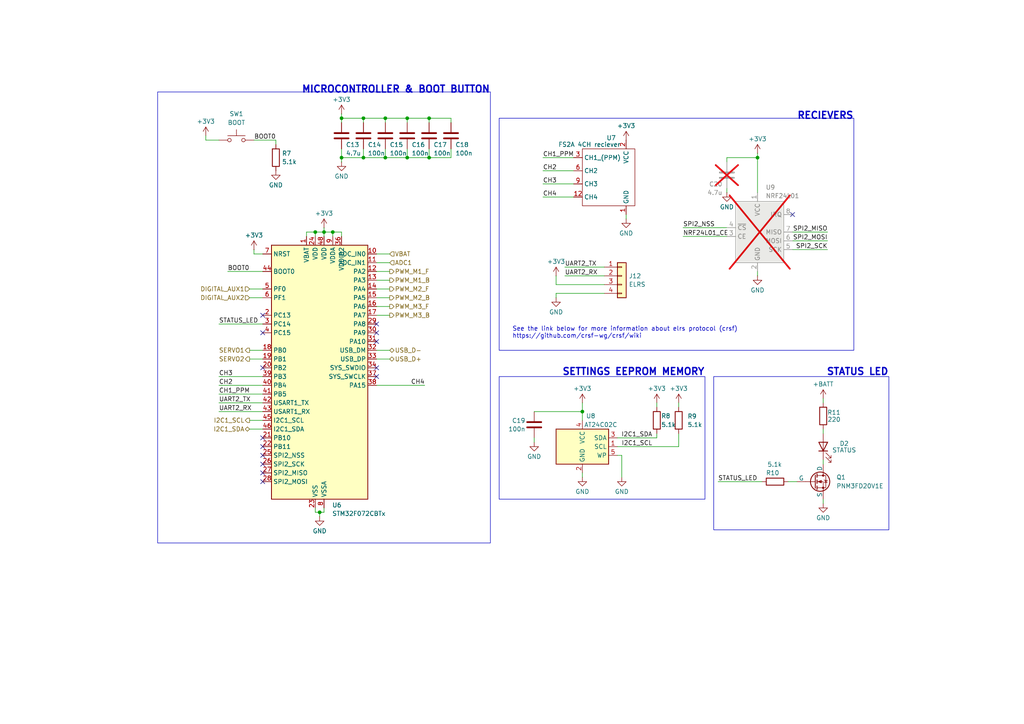
<source format=kicad_sch>
(kicad_sch (version 20250114) (generator "eeschema") (generator_version "9.0")
  (paper "A4")
  (title_block (title "Ant Robot control board") (date "2025-09-18") (rev "2.0") (company "Filippo Castellan"))
  (lib_symbols
    (symbol "Connector_Generic:Conn_01x04" (pin_names (offset 1.016) (hide yes))
      (property "Reference" "J" (at 0 5.08 0))
      (property "Value" "Conn_01x04" (at 0 -7.62 0))
      (symbol "Conn_01x04_1_1"
        (rectangle (start -1.27 3.81) (end 1.27 -6.35) (stroke (width 0.254)) (fill (type background)))
        (rectangle (start -1.27 2.667) (end 0 2.413) (stroke (width 0.1524)))
        (rectangle (start -1.27 0.127) (end 0 -0.127) (stroke (width 0.1524)))
        (rectangle (start -1.27 -2.413) (end 0 -2.667) (stroke (width 0.1524)))
        (rectangle (start -1.27 -4.953) (end 0 -5.207) (stroke (width 0.1524)))
        (pin passive line (at -5.08 2.54 0) (length 3.81) (name "Pin_1") (number "1"))
        (pin passive line (at -5.08 0 0) (length 3.81) (name "Pin_2") (number "2"))
        (pin passive line (at -5.08 -2.54 0) (length 3.81) (name "Pin_3") (number "3"))
        (pin passive line (at -5.08 -5.08 0) (length 3.81) (name "Pin_4") (number "4"))
      )
    )
    (symbol "Device:C" (pin_numbers (hide yes)) (pin_names (offset 0.254))
      (property "Reference" "C" (at 0.635 2.54 0))
      (property "Value" "C" (at 0.635 -2.54 0))
      (symbol "C_0_1"
        (polyline (pts (xy -2.032 0.762) (xy 2.032 0.762)) (stroke (width 0.508)))
        (polyline (pts (xy -2.032 -0.762) (xy 2.032 -0.762)) (stroke (width 0.508)))
      )
      (symbol "C_1_1"
        (pin passive line (at 0 3.81 270) (length 2.794) (name "~") (number "1"))
        (pin passive line (at 0 -3.81 90) (length 2.794) (name "~") (number "2"))
      )
    )
    (symbol "Device:LED" (pin_numbers (hide yes)) (pin_names (offset 1.016) (hide yes))
      (property "Reference" "D" (at 0 2.54 0))
      (property "Value" "LED" (at 0 -2.54 0))
      (symbol "LED_0_1"
        (polyline (pts (xy -3.048 -0.762) (xy -4.572 -2.286) (xy -3.81 -2.286) (xy -4.572 -2.286) (xy -4.572 -1.524)))
        (polyline (pts (xy -1.778 -0.762) (xy -3.302 -2.286) (xy -2.54 -2.286) (xy -3.302 -2.286) (xy -3.302 -1.524)))
        (polyline (pts (xy -1.27 0) (xy 1.27 0)))
        (polyline (pts (xy -1.27 -1.27) (xy -1.27 1.27)) (stroke (width 0.254)))
        (polyline (pts (xy 1.27 -1.27) (xy 1.27 1.27) (xy -1.27 0) (xy 1.27 -1.27)) (stroke (width 0.254)))
      )
      (symbol "LED_1_1"
        (pin passive line (at -3.81 0 0) (length 2.54) (name "K") (number "1"))
        (pin passive line (at 3.81 0 180) (length 2.54) (name "A") (number "2"))
      )
    )
    (symbol "Device:R" (pin_numbers (hide yes)) (pin_names (offset 0))
      (property "Reference" "R" (at 2.032 0 90))
      (property "Value" "R" (at 0 0 90))
      (symbol "R_0_1"
        (rectangle (start -1.016 -2.54) (end 1.016 2.54) (stroke (width 0.254)))
      )
      (symbol "R_1_1"
        (pin passive line (at 0 3.81 270) (length 1.27) (name "~") (number "1"))
        (pin passive line (at 0 -3.81 90) (length 1.27) (name "~") (number "2"))
      )
    )
    (symbol "MCU_ST_STM32F0:STM32F072CBTx"
      (property "Reference" "U" (at -12.7 39.37 0))
      (property "Value" "STM32F072CBTx" (at 10.16 39.37 0))
      (symbol "STM32F072CBTx_0_1"
        (rectangle (start -12.7 -35.56) (end 15.24 38.1) (stroke (width 0.254)) (fill (type background)))
      )
      (symbol "STM32F072CBTx_1_1"
        (pin input line (at -15.24 35.56 0) (length 2.54) (name "NRST") (number "7"))
        (pin input line (at -15.24 30.48 0) (length 2.54) (name "BOOT0") (number "44"))
        (pin bidirectional line (at -15.24 25.4 0) (length 2.54) (name "PF0") (number "5"))
        (pin bidirectional line (at -15.24 22.86 0) (length 2.54) (name "PF1") (number "6"))
        (pin bidirectional line (at -15.24 17.78 0) (length 2.54) (name "PC13") (number "2"))
        (pin bidirectional line (at -15.24 15.24 0) (length 2.54) (name "PC14") (number "3"))
        (pin bidirectional line (at -15.24 12.7 0) (length 2.54) (name "PC15") (number "4"))
        (pin bidirectional line (at -15.24 7.62 0) (length 2.54) (name "PB0") (number "18"))
        (pin bidirectional line (at -15.24 5.08 0) (length 2.54) (name "PB1") (number "19"))
        (pin bidirectional line (at -15.24 2.54 0) (length 2.54) (name "PB2") (number "20"))
        (pin bidirectional line (at -15.24 0 0) (length 2.54) (name "PB3") (number "39"))
        (pin bidirectional line (at -15.24 -2.54 0) (length 2.54) (name "PB4") (number "40"))
        (pin bidirectional line (at -15.24 -5.08 0) (length 2.54) (name "PB5") (number "41"))
        (pin bidirectional line (at -15.24 -7.62 0) (length 2.54) (name "PB6") (number "42") (alternate "I2C1_SCL" bidirectional line) (alternate "USART1_TX" bidirectional line))
        (pin bidirectional line (at -15.24 -10.16 0) (length 2.54) (name "PB7") (number "43") (alternate "I2C1_SDA" bidirectional line) (alternate "USART1_RX" bidirectional line))
        (pin bidirectional line (at -15.24 -12.7 0) (length 2.54) (name "PB8") (number "45") (alternate "I2C1_SCL" bidirectional line))
        (pin bidirectional line (at -15.24 -15.24 0) (length 2.54) (name "PB9") (number "46") (alternate "I2C1_SDA" bidirectional line) (alternate "SPI2_NSS" bidirectional line))
        (pin bidirectional line (at -15.24 -17.78 0) (length 2.54) (name "PB10") (number "21") (alternate "SPI2_SCK" bidirectional line))
        (pin bidirectional line (at -15.24 -20.32 0) (length 2.54) (name "PB11") (number "22"))
        (pin bidirectional line (at -15.24 -22.86 0) (length 2.54) (name "PB12") (number "25") (alternate "SPI2_NSS" bidirectional line))
        (pin bidirectional line (at -15.24 -25.4 0) (length 2.54) (name "PB13") (number "26") (alternate "SPI2_SCK" bidirectional line))
        (pin bidirectional line (at -15.24 -27.94 0) (length 2.54) (name "PB14") (number "27") (alternate "SPI2_MISO" bidirectional line))
        (pin bidirectional line (at -15.24 -30.48 0) (length 2.54) (name "PB15") (number "28") (alternate "SPI2_MOSI" bidirectional line))
        (pin power_in line (at -2.54 40.64 270) (length 2.54) (name "VBAT") (number "1"))
        (pin power_in line (at 0 40.64 270) (length 2.54) (name "VDD") (number "24"))
        (pin power_in line (at 0 -38.1 90) (length 2.54) (name "VSS") (number "23"))
        (pin passive line (at 0 -38.1 90) (length 2.54) (hide yes) (name "VSS") (number "35"))
        (pin passive line (at 0 -38.1 90) (length 2.54) (hide yes) (name "VSS") (number "47"))
        (pin power_in line (at 2.54 40.64 270) (length 2.54) (name "VDD") (number "48"))
        (pin power_in line (at 2.54 -38.1 90) (length 2.54) (name "VSSA") (number "8"))
        (pin power_in line (at 5.08 40.64 270) (length 2.54) (name "VDDA") (number "9"))
        (pin power_in line (at 7.62 40.64 270) (length 2.54) (name "VDDIO2") (number "36"))
        (pin bidirectional line (at 17.78 35.56 180) (length 2.54) (name "PA0") (number "10") (alternate "ADC_IN0" bidirectional line))
        (pin bidirectional line (at 17.78 33.02 180) (length 2.54) (name "PA1") (number "11") (alternate "ADC_IN1" bidirectional line))
        (pin bidirectional line (at 17.78 30.48 180) (length 2.54) (name "PA2") (number "12"))
        (pin bidirectional line (at 17.78 27.94 180) (length 2.54) (name "PA3") (number "13"))
        (pin bidirectional line (at 17.78 25.4 180) (length 2.54) (name "PA4") (number "14"))
        (pin bidirectional line (at 17.78 22.86 180) (length 2.54) (name "PA5") (number "15"))
        (pin bidirectional line (at 17.78 20.32 180) (length 2.54) (name "PA6") (number "16"))
        (pin bidirectional line (at 17.78 17.78 180) (length 2.54) (name "PA7") (number "17"))
        (pin bidirectional line (at 17.78 15.24 180) (length 2.54) (name "PA8") (number "29"))
        (pin bidirectional line (at 17.78 12.7 180) (length 2.54) (name "PA9") (number "30") (alternate "USART1_TX" bidirectional line))
        (pin bidirectional line (at 17.78 10.16 180) (length 2.54) (name "PA10") (number "31") (alternate "USART1_RX" bidirectional line))
        (pin bidirectional line (at 17.78 7.62 180) (length 2.54) (name "PA11") (number "32") (alternate "USB_DM" bidirectional line))
        (pin bidirectional line (at 17.78 5.08 180) (length 2.54) (name "PA12") (number "33") (alternate "USB_DP" bidirectional line))
        (pin bidirectional line (at 17.78 2.54 180) (length 2.54) (name "PA13") (number "34") (alternate "SYS_SWDIO" bidirectional line))
        (pin bidirectional line (at 17.78 0 180) (length 2.54) (name "PA14") (number "37") (alternate "SYS_SWCLK" bidirectional line))
        (pin bidirectional line (at 17.78 -2.54 180) (length 2.54) (name "PA15") (number "38"))
      )
    )
    (symbol "Memory_EEPROM:AT24CS02-STUM"
      (property "Reference" "U" (at -7.62 6.35 0))
      (property "Value" "AT24CS02-STUM" (at 2.54 -6.35 0))
      (symbol "AT24CS02-STUM_1_1"
        (rectangle (start -7.62 5.08) (end 7.62 -5.08) (stroke (width 0.254)) (fill (type background)))
        (pin power_in line (at 0 7.62 270) (length 2.54) (name "VCC") (number "4"))
        (pin power_in line (at 0 -7.62 90) (length 2.54) (name "GND") (number "2"))
        (pin bidirectional line (at 10.16 2.54 180) (length 2.54) (name "SDA") (number "3"))
        (pin input line (at 10.16 0 180) (length 2.54) (name "SCL") (number "1"))
        (pin input line (at 10.16 -2.54 180) (length 2.54) (name "WP") (number "5"))
      )
    )
    (symbol "Simulation_SPICE:NMOS" (pin_numbers (hide yes)) (pin_names (offset 0))
      (property "Reference" "Q?" (at 6.35 1.27 0))
      (property "Value" "NMOS" (at 6.35 -1.27 0))
      (symbol "NMOS_0_1"
        (polyline (pts (xy 0.254 1.905) (xy 0.254 -1.905)) (stroke (width 0.254)))
        (polyline (pts (xy 0.254 0) (xy -2.54 0)))
        (polyline (pts (xy 0.762 2.286) (xy 0.762 1.27)) (stroke (width 0.254)))
        (polyline (pts (xy 0.762 0.508) (xy 0.762 -0.508)) (stroke (width 0.254)))
        (polyline (pts (xy 0.762 -1.27) (xy 0.762 -2.286)) (stroke (width 0.254)))
        (polyline (pts (xy 0.762 -1.778) (xy 3.302 -1.778) (xy 3.302 1.778) (xy 0.762 1.778)))
        (polyline (pts (xy 1.016 0) (xy 2.032 0.381) (xy 2.032 -0.381) (xy 1.016 0)) (fill (type outline)))
        (circle (center 1.651 0) (radius 2.794) (stroke (width 0.254)))
        (polyline (pts (xy 2.54 2.54) (xy 2.54 1.778)))
        (circle (center 2.54 1.778) (radius 0.254) (fill (type outline)))
        (circle (center 2.54 -1.778) (radius 0.254) (fill (type outline)))
        (polyline (pts (xy 2.54 -2.54) (xy 2.54 0) (xy 0.762 0)))
        (polyline (pts (xy 2.794 0.508) (xy 2.921 0.381) (xy 3.683 0.381) (xy 3.81 0.254)))
        (polyline (pts (xy 3.302 0.381) (xy 2.921 -0.254) (xy 3.683 -0.254) (xy 3.302 0.381)))
      )
      (symbol "NMOS_1_1"
        (pin input line (at -5.08 0 0) (length 2.54) (name "G") (number "1"))
        (pin passive line (at 2.54 5.08 270) (length 2.54) (name "D") (number "3"))
        (pin passive line (at 2.54 -5.08 90) (length 2.54) (name "S") (number "2"))
      )
    )
    (symbol "Switch:SW_Push" (pin_numbers (hide yes)) (pin_names (offset 1.016) (hide yes))
      (property "Reference" "SW" (at 1.27 2.54 0))
      (property "Value" "SW_Push" (at 0 -1.524 0))
      (symbol "SW_Push_0_1"
        (circle (center -2.032 0) (radius 0.508))
        (polyline (pts (xy 0 1.27) (xy 0 3.048)))
        (circle (center 2.032 0) (radius 0.508))
        (polyline (pts (xy 2.54 1.27) (xy -2.54 1.27)))
        (pin passive line (at -5.08 0 0) (length 2.54) (name "1") (number "1"))
        (pin passive line (at 5.08 0 180) (length 2.54) (name "2") (number "2"))
      )
    )
    (symbol "_My_boards:FS2A 4CH reciever"
      (property "Reference" "U" (at 3.302 5.334 0))
      (property "Value" "FS2A 4CH reciever" (at 4.318 3.556 0))
      (symbol "FS2A 4CH reciever_0_1"
        (rectangle (start 2.54 2.54) (end 17.78 -13.97))
      )
      (symbol "FS2A 4CH reciever_1_1"
        (pin output line (at 0 0 0) (length 2.54) (name "CH1_(PPM)") (number "3"))
        (pin output line (at 0 -3.81 0) (length 2.54) (name "CH2") (number "6"))
        (pin output line (at 0 -7.62 0) (length 2.54) (name "CH3") (number "9"))
        (pin output line (at 0 -11.43 0) (length 2.54) (name "CH4") (number "12"))
        (pin unspecified line (at 15.24 5.08 270) (length 2.54) (hide yes) (name "") (number "11"))
        (pin unspecified line (at 15.24 5.08 270) (length 2.54) (name "VCC") (number "2"))
        (pin unspecified line (at 15.24 5.08 270) (length 2.54) (hide yes) (name "") (number "5"))
        (pin unspecified line (at 15.24 5.08 270) (length 2.54) (hide yes) (name "") (number "8"))
        (pin unspecified line (at 15.24 -16.51 90) (length 2.54) (name "GND") (number "1"))
        (pin unspecified line (at 15.24 -16.51 90) (length 2.54) (hide yes) (name "") (number "10"))
        (pin unspecified line (at 15.24 -16.51 90) (length 2.54) (hide yes) (name "") (number "4"))
        (pin unspecified line (at 15.24 -16.51 90) (length 2.54) (hide yes) (name "") (number "7"))
      )
    )
    (symbol "_My_sensors:NRF24L01"
      (property "Reference" "U" (at 5.08 11.43 0))
      (property "Value" "NRF24L01" (at 6.35 8.89 0))
      (symbol "NRF24L01_1_1"
        (rectangle (start -6.35 7.62) (end 7.62 -10.16) (fill (type background)))
        (pin input line (at -8.89 0 0) (length 2.54) (name "~{CS}") (number "4"))
        (pin input line (at -8.89 -2.54 0) (length 2.54) (name "CE") (number "3"))
        (pin power_in line (at 0 10.16 270) (length 2.54) (name "VCC") (number "1"))
        (pin power_in line (at 0 -12.7 90) (length 2.54) (name "GND") (number "2"))
        (pin output line (at 10.16 3.81 180) (length 2.54) (name "IRQ") (number "8"))
        (pin output line (at 10.16 -1.27 180) (length 2.54) (name "MISO") (number "7"))
        (pin input line (at 10.16 -3.81 180) (length 2.54) (name "MOSI") (number "6"))
        (pin input line (at 10.16 -6.35 180) (length 2.54) (name "SCK") (number "5"))
      )
    )
    (symbol "power:+3V3" (power) (pin_numbers (hide yes)) (pin_names (offset 0) (hide yes))
      (property "Value" "+3V3" (at 0 3.556 0))
      (symbol "+3V3_0_1"
        (polyline (pts (xy -0.762 1.27) (xy 0 2.54)))
        (polyline (pts (xy 0 2.54) (xy 0.762 1.27)))
        (polyline (pts (xy 0 0) (xy 0 2.54)))
      )
      (symbol "+3V3_1_1"
        (pin power_in line (at 0 0 90) (length 0) (name "~") (number "1"))
      )
    )
    (symbol "power:+BATT" (power) (pin_numbers (hide yes)) (pin_names (offset 0) (hide yes))
      (property "Value" "+BATT" (at 0 3.556 0))
      (symbol "+BATT_0_1"
        (polyline (pts (xy -0.762 1.27) (xy 0 2.54)))
        (polyline (pts (xy 0 2.54) (xy 0.762 1.27)))
        (polyline (pts (xy 0 0) (xy 0 2.54)))
      )
      (symbol "+BATT_1_1"
        (pin power_in line (at 0 0 90) (length 0) (name "~") (number "1"))
      )
    )
    (symbol "power:GND" (power) (pin_numbers (hide yes)) (pin_names (offset 0) (hide yes))
      (property "Value" "GND" (at 0 -3.81 0))
      (symbol "GND_0_1"
        (polyline (pts (xy 0 0) (xy 0 -1.27) (xy 1.27 -1.27) (xy 0 -2.54) (xy -1.27 -1.27) (xy 0 -1.27)))
      )
      (symbol "GND_1_1"
        (pin power_in line (at 0 0 270) (length 0) (name "~") (number "1"))
      )
    )
  )
  (rectangle (start 207.01 109.22) (end 257.81 153.67))
  (rectangle (start 144.78 109.22) (end 204.47 144.78))
  (rectangle (start 45.72 26.67) (end 142.24 157.48))
  (rectangle (start 144.78 34.29) (end 247.65 101.6))
  (text "RECIEVERS" (at 247.65 33.655 0) (effects (font (size 2 2) (thickness 0.4) (bold yes)) (justify right)))
  (text "SETTINGS EEPROM MEMORY" (at 204.47 107.95 0) (effects (font (size 2 2) (thickness 0.4) (bold yes)) (justify right)))
  (text "See the link below for more information about elrs protocol (crsf)\nhttps://github.com/crsf-wg/crsf/wiki" (at 148.59 96.52 0) (effects (font (size 1.27 1.27)) (justify left)))
  (text "STATUS LED" (at 257.81 107.95 0) (effects (font (size 2 2) (thickness 0.4) (bold yes)) (justify right)))
  (text "MICROCONTROLLER & BOOT BUTTON" (at 142.24 26.035 0) (effects (font (size 2 2) (thickness 0.4) (bold yes)) (justify right)))
  (junction (at 124.46 34.29))
  (junction (at 99.06 45.72))
  (junction (at 105.41 34.29))
  (junction (at 92.71 148.59))
  (junction (at 111.76 45.72))
  (junction (at 111.76 34.29))
  (junction (at 91.44 67.31))
  (junction (at 168.91 119.38))
  (junction (at 99.06 34.29))
  (junction (at 118.11 45.72))
  (junction (at 96.52 67.31))
  (junction (at 124.46 45.72))
  (junction (at 93.98 67.31))
  (junction (at 219.71 45.72))
  (junction (at 105.41 45.72))
  (junction (at 118.11 34.29))
  (no_connect (at 76.2 91.44))
  (no_connect (at 109.22 99.06))
  (no_connect (at 229.87 62.23))
  (no_connect (at 76.2 139.7))
  (no_connect (at 76.2 96.52))
  (no_connect (at 109.22 106.68))
  (no_connect (at 109.22 96.52))
  (no_connect (at 76.2 129.54))
  (no_connect (at 76.2 132.08))
  (no_connect (at 76.2 134.62))
  (no_connect (at 76.2 127))
  (no_connect (at 76.2 106.68))
  (no_connect (at 109.22 93.98))
  (no_connect (at 109.22 109.22))
  (no_connect (at 76.2 137.16))
  (wire (pts (xy 118.11 34.29) (xy 111.76 34.29)))
  (wire (pts (xy 105.41 45.72) (xy 99.06 45.72)))
  (wire (pts (xy 63.5 109.22) (xy 76.2 109.22)))
  (wire (pts (xy 180.34 132.08) (xy 180.34 138.43)))
  (wire (pts (xy 109.22 83.82) (xy 113.03 83.82)))
  (wire (pts (xy 92.71 148.59) (xy 91.44 148.59)))
  (wire (pts (xy 109.22 91.44) (xy 113.03 91.44)))
  (wire (pts (xy 168.91 137.16) (xy 168.91 138.43)))
  (wire (pts (xy 91.44 67.31) (xy 91.44 68.58)))
  (wire (pts (xy 181.61 62.23) (xy 181.61 63.5)))
  (wire (pts (xy 179.07 127) (xy 190.5 127)))
  (wire (pts (xy 59.69 40.64) (xy 63.5 40.64)))
  (wire (pts (xy 63.5 119.38) (xy 76.2 119.38)))
  (wire (pts (xy 161.29 82.55) (xy 175.26 82.55)))
  (wire (pts (xy 63.5 114.3) (xy 76.2 114.3)))
  (wire (pts (xy 229.87 67.31) (xy 240.03 67.31)))
  (wire (pts (xy 99.06 45.72) (xy 99.06 43.18)))
  (wire (pts (xy 130.81 35.56) (xy 130.81 34.29)))
  (wire (pts (xy 109.22 78.74) (xy 113.03 78.74)))
  (wire (pts (xy 124.46 43.18) (xy 124.46 45.72)))
  (wire (pts (xy 154.94 119.38) (xy 168.91 119.38)))
  (wire (pts (xy 163.83 77.47) (xy 175.26 77.47)))
  (wire (pts (xy 210.82 54.61) (xy 210.82 55.88)))
  (wire (pts (xy 111.76 34.29) (xy 111.76 35.56)))
  (wire (pts (xy 88.9 67.31) (xy 88.9 68.58)))
  (wire (pts (xy 109.22 81.28) (xy 113.03 81.28)))
  (wire (pts (xy 157.48 49.53) (xy 166.37 49.53)))
  (wire (pts (xy 229.87 69.85) (xy 240.03 69.85)))
  (wire (pts (xy 93.98 67.31) (xy 96.52 67.31)))
  (wire (pts (xy 91.44 67.31) (xy 93.98 67.31)))
  (wire (pts (xy 157.48 57.15) (xy 166.37 57.15)))
  (wire (pts (xy 154.94 128.27) (xy 154.94 127)))
  (wire (pts (xy 157.48 45.72) (xy 166.37 45.72)))
  (wire (pts (xy 130.81 45.72) (xy 124.46 45.72)))
  (wire (pts (xy 63.5 116.84) (xy 76.2 116.84)))
  (wire (pts (xy 111.76 45.72) (xy 105.41 45.72)))
  (wire (pts (xy 105.41 43.18) (xy 105.41 45.72)))
  (wire (pts (xy 109.22 86.36) (xy 113.03 86.36)))
  (wire (pts (xy 73.66 72.39) (xy 73.66 73.66)))
  (wire (pts (xy 72.39 83.82) (xy 76.2 83.82)))
  (wire (pts (xy 91.44 147.32) (xy 91.44 148.59)))
  (wire (pts (xy 219.71 44.45) (xy 219.71 45.72)))
  (wire (pts (xy 111.76 43.18) (xy 111.76 45.72)))
  (wire (pts (xy 118.11 34.29) (xy 118.11 35.56)))
  (wire (pts (xy 105.41 34.29) (xy 105.41 35.56)))
  (wire (pts (xy 113.03 73.66) (xy 109.22 73.66)))
  (wire (pts (xy 99.06 45.72) (xy 99.06 46.99)))
  (wire (pts (xy 73.66 73.66) (xy 76.2 73.66)))
  (wire (pts (xy 72.39 101.6) (xy 76.2 101.6)))
  (wire (pts (xy 118.11 45.72) (xy 111.76 45.72)))
  (wire (pts (xy 219.71 78.74) (xy 219.71 80.01)))
  (wire (pts (xy 124.46 34.29) (xy 118.11 34.29)))
  (wire (pts (xy 109.22 111.76) (xy 123.19 111.76)))
  (wire (pts (xy 163.83 80.01) (xy 175.26 80.01)))
  (wire (pts (xy 72.39 121.92) (xy 76.2 121.92)))
  (wire (pts (xy 168.91 116.84) (xy 168.91 119.38)))
  (wire (pts (xy 168.91 119.38) (xy 168.91 121.92)))
  (wire (pts (xy 196.85 125.73) (xy 196.85 129.54)))
  (wire (pts (xy 161.29 85.09) (xy 161.29 86.36)))
  (wire (pts (xy 210.82 45.72) (xy 219.71 45.72)))
  (wire (pts (xy 93.98 148.59) (xy 93.98 147.32)))
  (wire (pts (xy 118.11 43.18) (xy 118.11 45.72)))
  (wire (pts (xy 72.39 124.46) (xy 76.2 124.46)))
  (wire (pts (xy 80.01 41.91) (xy 80.01 40.64)))
  (wire (pts (xy 93.98 67.31) (xy 93.98 68.58)))
  (wire (pts (xy 99.06 33.02) (xy 99.06 34.29)))
  (wire (pts (xy 92.71 148.59) (xy 93.98 148.59)))
  (wire (pts (xy 66.04 78.74) (xy 76.2 78.74)))
  (wire (pts (xy 238.76 124.46) (xy 238.76 125.73)))
  (wire (pts (xy 219.71 45.72) (xy 219.71 55.88)))
  (wire (pts (xy 63.5 93.98) (xy 76.2 93.98)))
  (wire (pts (xy 179.07 132.08) (xy 180.34 132.08)))
  (wire (pts (xy 229.87 72.39) (xy 240.03 72.39)))
  (wire (pts (xy 63.5 111.76) (xy 76.2 111.76)))
  (wire (pts (xy 161.29 80.01) (xy 161.29 82.55)))
  (wire (pts (xy 238.76 115.57) (xy 238.76 116.84)))
  (wire (pts (xy 99.06 67.31) (xy 99.06 68.58)))
  (wire (pts (xy 210.82 46.99) (xy 210.82 45.72)))
  (wire (pts (xy 92.71 148.59) (xy 92.71 149.86)))
  (wire (pts (xy 238.76 144.78) (xy 238.76 146.05)))
  (wire (pts (xy 59.69 39.37) (xy 59.69 40.64)))
  (wire (pts (xy 190.5 116.84) (xy 190.5 118.11)))
  (wire (pts (xy 88.9 67.31) (xy 91.44 67.31)))
  (wire (pts (xy 72.39 104.14) (xy 76.2 104.14)))
  (wire (pts (xy 190.5 125.73) (xy 190.5 127)))
  (wire (pts (xy 157.48 53.34) (xy 166.37 53.34)))
  (wire (pts (xy 80.01 40.64) (xy 73.66 40.64)))
  (wire (pts (xy 96.52 67.31) (xy 99.06 67.31)))
  (wire (pts (xy 72.39 86.36) (xy 76.2 86.36)))
  (wire (pts (xy 105.41 34.29) (xy 99.06 34.29)))
  (wire (pts (xy 124.46 34.29) (xy 124.46 35.56)))
  (wire (pts (xy 96.52 67.31) (xy 96.52 68.58)))
  (wire (pts (xy 109.22 76.2) (xy 113.03 76.2)))
  (wire (pts (xy 238.76 133.35) (xy 238.76 134.62)))
  (wire (pts (xy 109.22 101.6) (xy 113.03 101.6)))
  (wire (pts (xy 130.81 43.18) (xy 130.81 45.72)))
  (wire (pts (xy 130.81 34.29) (xy 124.46 34.29)))
  (wire (pts (xy 175.26 85.09) (xy 161.29 85.09)))
  (wire (pts (xy 99.06 34.29) (xy 99.06 35.56)))
  (wire (pts (xy 208.28 139.7) (xy 220.98 139.7)))
  (wire (pts (xy 124.46 45.72) (xy 118.11 45.72)))
  (wire (pts (xy 93.98 66.04) (xy 93.98 67.31)))
  (wire (pts (xy 198.12 68.58) (xy 210.82 68.58)))
  (wire (pts (xy 228.6 139.7) (xy 231.14 139.7)))
  (wire (pts (xy 198.12 66.04) (xy 210.82 66.04)))
  (wire (pts (xy 179.07 129.54) (xy 196.85 129.54)))
  (wire (pts (xy 111.76 34.29) (xy 105.41 34.29)))
  (wire (pts (xy 109.22 104.14) (xy 113.03 104.14)))
  (wire (pts (xy 109.22 88.9) (xy 113.03 88.9)))
  (wire (pts (xy 196.85 116.84) (xy 196.85 118.11)))
  (label "CH1_PPM" (at 157.48 45.72 0))
  (label "STATUS_LED" (at 63.5 93.98 0))
  (label "UART2_RX" (at 163.83 80.01 0))
  (label "CH1_PPM" (at 63.5 114.3 0))
  (label "UART2_RX" (at 63.5 119.38 0))
  (label "UART2_TX" (at 63.5 116.84 0))
  (label "I2C1_SDA" (at 189.23 127 180))
  (label "SPI2_MISO" (at 240.03 67.31 180))
  (label "SPI2_NSS" (at 198.12 66.04 0))
  (label "CH3" (at 63.5 109.22 0))
  (label "CH4" (at 157.48 57.15 0))
  (label "CH2" (at 157.48 49.53 0))
  (label "NRF24L01_CE" (at 198.12 68.58 0))
  (label "SPI2_MOSI" (at 240.03 69.85 180))
  (label "UART2_TX" (at 163.83 77.47 0))
  (label "CH3" (at 157.48 53.34 0))
  (label "SPI2_SCK" (at 240.03 72.39 180))
  (label "CH2" (at 63.5 111.76 0))
  (label "BOOT0" (at 80.01 40.64 180))
  (label "STATUS_LED" (at 208.28 139.7 0))
  (label "CH4" (at 123.19 111.76 180))
  (label "I2C1_SCL" (at 189.23 129.54 180))
  (label "BOOT0" (at 66.04 78.74 0))
  (hierarchical_label "DIGITAL_AUX1" (shape input) (at 72.39 83.82 180))
  (hierarchical_label "I2C1_SCL" (shape output) (at 72.39 121.92 180))
  (hierarchical_label "PWM_M3_F" (shape output) (at 113.03 88.9 0))
  (hierarchical_label "PWM_M1_B" (shape output) (at 113.03 81.28 0))
  (hierarchical_label "PWM_M3_B" (shape output) (at 113.03 91.44 0))
  (hierarchical_label "PWM_M1_F" (shape output) (at 113.03 78.74 0))
  (hierarchical_label "USB_D+" (shape bidirectional) (at 113.03 104.14 0))
  (hierarchical_label "PWM_M2_B" (shape output) (at 113.03 86.36 0))
  (hierarchical_label "SERVO2" (shape output) (at 72.39 104.14 180))
  (hierarchical_label "ADC1" (shape input) (at 113.03 76.2 0))
  (hierarchical_label "PWM_M2_F" (shape output) (at 113.03 83.82 0))
  (hierarchical_label "DIGITAL_AUX2" (shape input) (at 72.39 86.36 180))
  (hierarchical_label "I2C1_SDA" (shape bidirectional) (at 72.39 124.46 180))
  (hierarchical_label "USB_D-" (shape bidirectional) (at 113.03 101.6 0))
  (hierarchical_label "VBAT" (shape input) (at 113.03 73.66 0))
  (hierarchical_label "SERVO1" (shape output) (at 72.39 101.6 180))
  (symbol (lib_id "Device:R") (at 238.76 120.65 0) (mirror x) (unit 1)
    (property "Reference" "R11" (at 243.84 119.634 0) (effects (justify right)))
    (property "Value" "220" (at 243.84 121.666 0) (effects (justify right)))
    (property "Footprint" "Resistor_SMD:R_0402_1005Metric" (effects (hide yes)))
    (property "Description" "Resistor" (effects (hide yes)))
    (property "LCSC" "C112291" (effects (hide yes)))
  )
  (symbol (lib_id "Device:C") (at 210.82 50.8 0) (mirror y) (unit 1) (in_bom no) (on_board no) (dnp yes)
    (property "Reference" "C20" (at 209.55 53.4146 0) (effects (justify left)))
    (property "Value" "4.7u" (at 209.55 55.88 0) (effects (justify left)))
    (property "Footprint" "Capacitor_SMD:C_0402_1005Metric" (effects (hide yes)))
    (property "Description" "Unpolarized capacitor" (effects (hide yes)))
    (property "LCSC" "C2858031" (effects (hide yes)))
  )
  (symbol (lib_id "Device:C") (at 105.41 39.37 0) (unit 1)
    (property "Reference" "C14" (at 106.68 41.9846 0) (effects (justify left)))
    (property "Value" "100n" (at 106.68 44.45 0) (effects (justify left)))
    (property "Footprint" "Capacitor_SMD:C_0402_1005Metric" (effects (hide yes)))
    (property "Description" "Unpolarized capacitor" (effects (hide yes)))
    (property "LCSC" "C1525" (effects (hide yes)))
  )
  (symbol (lib_id "power:+3V3") (at 99.06 33.02 0) (unit 1)
    (property "Reference" "#PWR044" (effects (hide yes)))
    (property "Value" "+3V3" (at 99.06 28.8663 0))
    (property "Description" "Power symbol creates a global label with name \"+3V3\"" (effects (hide yes)))
  )
  (symbol (lib_id "power:GND") (at 99.06 46.99 0) (unit 1)
    (property "Reference" "#PWR045" (effects (hide yes)))
    (property "Value" "GND" (at 99.06 51.1437 0))
    (property "Description" "Power symbol creates a global label with name \"GND\" , ground" (effects (hide yes)))
  )
  (symbol (lib_id "_My_sensors:NRF24L01") (at 219.71 66.04 0) (unit 1) (in_bom no) (on_board no) (dnp yes)
    (property "Reference" "U9" (at 222.0731 54.3409 0) (effects (justify left)))
    (property "Value" "NRF24L01" (at 222.0731 56.8063 0) (effects (justify left)))
    (property "Footprint" "_My_modules:NRF24L01+ SMD" (effects (hide yes)))
    (property "Datasheet" "https://www.sparkfun.com/datasheets/Components/SMD/nRF24L01Pluss_Preliminary_Product_Specification_v1_0.pdf" (effects (hide yes)))
  )
  (symbol (lib_id "power:GND") (at 154.94 128.27 0) (unit 1)
    (property "Reference" "#PWR048" (effects (hide yes)))
    (property "Value" "GND" (at 154.94 132.4237 0))
    (property "Description" "Power symbol creates a global label with name \"GND\" , ground" (effects (hide yes)))
  )
  (symbol (lib_id "Device:LED") (at 238.76 129.54 90) (unit 1)
    (property "Reference" "D2" (at 244.856 128.651 90))
    (property "Value" "STATUS" (at 244.856 130.556 90))
    (property "Footprint" "LED_SMD:LED_1206_3216Metric" (effects (hide yes)))
    (property "Description" "Light emitting diode" (effects (hide yes)))
    (property "LCSC" "C779809" (effects (hide yes)))
  )
  (symbol (lib_id "Simulation_SPICE:NMOS") (at 236.22 139.7 0) (unit 1)
    (property "Reference" "Q1" (at 242.57 138.43 0) (effects (justify left)))
    (property "Value" "PNM3FD20V1E" (at 242.57 140.97 0) (effects (justify left)))
    (property "Footprint" "Package_DFN_QFN:Diodes_DFN1006-3" (effects (hide yes)))
    (property "Datasheet" "https://www.lcsc.com/datasheet/C2875806.pdf" (effects (hide yes)))
    (property "Description" "N-MOSFET transistor, drain/source/gate" (effects (hide yes)))
    (property "LCSC" "C2875806" (effects (hide yes)))
  )
  (symbol (lib_id "Device:C") (at 154.94 123.19 0) (mirror y) (unit 1)
    (property "Reference" "C19" (at 152.4 121.9946 0) (effects (justify left)))
    (property "Value" "100n" (at 152.4 124.46 0) (effects (justify left)))
    (property "Footprint" "Capacitor_SMD:C_0402_1005Metric" (effects (hide yes)))
    (property "Description" "Unpolarized capacitor" (effects (hide yes)))
    (property "LCSC" "C1525" (effects (hide yes)))
  )
  (symbol (lib_id "power:GND") (at 238.76 146.05 0) (unit 1)
    (property "Reference" "#PWR062" (effects (hide yes)))
    (property "Value" "GND" (at 238.76 150.2037 0))
    (property "Description" "Power symbol creates a global label with name \"GND\" , ground" (effects (hide yes)))
  )
  (symbol (lib_id "Switch:SW_Push") (at 68.58 40.64 0) (unit 1)
    (property "Reference" "SW1" (at 68.58 33.02 0))
    (property "Value" "BOOT" (at 68.58 35.56 0))
    (property "Footprint" "Button_Switch_SMD:SW_SPST_B3U-1000P" (effects (hide yes)))
    (property "Description" "Push button switch, generic, two pins" (effects (hide yes)))
    (property "LCSC" "C2885149" (effects (hide yes)))
  )
  (symbol (lib_id "power:+3V3") (at 59.69 39.37 0) (unit 1)
    (property "Reference" "#PWR040" (effects (hide yes)))
    (property "Value" "+3V3" (at 59.69 35.2163 0))
    (property "Description" "Power symbol creates a global label with name \"+3V3\"" (effects (hide yes)))
  )
  (symbol (lib_id "Memory_EEPROM:AT24CS02-STUM") (at 168.91 129.54 0) (unit 1)
    (property "Reference" "U8" (at 172.72 120.65 0) (effects (justify right)))
    (property "Value" "AT24C02C" (at 179.07 123.19 0) (effects (justify right)))
    (property "Footprint" "Package_TO_SOT_SMD:SOT-23-5" (effects (hide yes)))
    (property "Datasheet" "https://www.lcsc.com/datasheet/lcsc_datasheet_2312251550_HGSEMI-AT24C02CM5-TR_C7432363.pdf" (effects (hide yes)))
    (property "Description" "I2C Serial EEPROM, 2Kb (256x8) with Unique Serial Number, SOT-23-5" (effects (hide yes)))
    (property "LCSC" "C7432363" (effects (hide yes)))
  )
  (symbol (lib_id "Device:R") (at 224.79 139.7 90) (unit 1)
    (property "Reference" "R10" (at 226.06 137.16 90) (effects (justify left)))
    (property "Value" "5.1k" (at 226.822 134.7144 90) (effects (justify left)))
    (property "Footprint" "Resistor_SMD:R_0402_1005Metric" (effects (hide yes)))
    (property "Description" "Resistor" (effects (hide yes)))
    (property "LCSC" "C25905" (effects (hide yes)))
  )
  (symbol (lib_id "Device:C") (at 130.81 39.37 0) (unit 1)
    (property "Reference" "C18" (at 132.08 41.9846 0) (effects (justify left)))
    (property "Value" "100n" (at 132.08 44.45 0) (effects (justify left)))
    (property "Footprint" "Capacitor_SMD:C_0402_1005Metric" (effects (hide yes)))
    (property "Description" "Unpolarized capacitor" (effects (hide yes)))
    (property "LCSC" "C1525" (effects (hide yes)))
  )
  (symbol (lib_id "power:GND") (at 181.61 63.5 0) (unit 1)
    (property "Reference" "#PWR055" (effects (hide yes)))
    (property "Value" "GND" (at 181.61 67.6537 0))
    (property "Description" "Power symbol creates a global label with name \"GND\" , ground" (effects (hide yes)))
  )
  (symbol (lib_id "power:GND") (at 180.34 138.43 0) (unit 1)
    (property "Reference" "#PWR053" (effects (hide yes)))
    (property "Value" "GND" (at 180.34 142.5837 0))
    (property "Description" "Power symbol creates a global label with name \"GND\" , ground" (effects (hide yes)))
  )
  (symbol (lib_id "power:GND") (at 161.29 86.36 0) (unit 1)
    (property "Reference" "#PWR050" (effects (hide yes)))
    (property "Value" "GND" (at 161.29 90.5137 0))
    (property "Description" "Power symbol creates a global label with name \"GND\" , ground" (effects (hide yes)))
  )
  (symbol (lib_id "power:GND") (at 210.82 55.88 0) (unit 1)
    (property "Reference" "#PWR058" (effects (hide yes)))
    (property "Value" "GND" (at 210.82 60.0337 0))
    (property "Description" "Power symbol creates a global label with name \"GND\" , ground" (effects (hide yes)))
  )
  (symbol (lib_id "power:+3V3") (at 161.29 80.01 0) (unit 1)
    (property "Reference" "#PWR049" (effects (hide yes)))
    (property "Value" "+3V3" (at 161.29 75.8563 0))
    (property "Description" "Power symbol creates a global label with name \"+3V3\"" (effects (hide yes)))
  )
  (symbol (lib_id "power:GND") (at 219.71 80.01 0) (unit 1)
    (property "Reference" "#PWR060" (effects (hide yes)))
    (property "Value" "GND" (at 219.71 84.1637 0))
    (property "Description" "Power symbol creates a global label with name \"GND\" , ground" (effects (hide yes)))
  )
  (symbol (lib_id "power:+3V3") (at 168.91 116.84 0) (unit 1)
    (property "Reference" "#PWR051" (effects (hide yes)))
    (property "Value" "+3V3" (at 168.91 112.6863 0))
    (property "Description" "Power symbol creates a global label with name \"+3V3\"" (effects (hide yes)))
  )
  (symbol (lib_id "power:+BATT") (at 238.76 115.57 0) (unit 1)
    (property "Reference" "#PWR061" (effects (hide yes)))
    (property "Value" "+BATT" (at 238.76 111.4163 0))
    (property "Description" "Power symbol creates a global label with name \"+BATT\"" (effects (hide yes)))
  )
  (symbol (lib_id "Device:C") (at 124.46 39.37 0) (unit 1)
    (property "Reference" "C17" (at 125.73 41.9846 0) (effects (justify left)))
    (property "Value" "100n" (at 125.73 44.45 0) (effects (justify left)))
    (property "Footprint" "Capacitor_SMD:C_0402_1005Metric" (effects (hide yes)))
    (property "Description" "Unpolarized capacitor" (effects (hide yes)))
    (property "LCSC" "C1525" (effects (hide yes)))
  )
  (symbol (lib_id "power:+3V3") (at 190.5 116.84 0) (unit 1)
    (property "Reference" "#PWR056" (effects (hide yes)))
    (property "Value" "+3V3" (at 190.5 112.6863 0))
    (property "Description" "Power symbol creates a global label with name \"+3V3\"" (effects (hide yes)))
  )
  (symbol (lib_id "power:+3V3") (at 181.61 40.64 0) (unit 1)
    (property "Reference" "#PWR054" (effects (hide yes)))
    (property "Value" "+3V3" (at 181.61 36.4863 0))
    (property "Description" "Power symbol creates a global label with name \"+3V3\"" (effects (hide yes)))
  )
  (symbol (lib_id "Device:R") (at 196.85 121.92 180) (unit 1)
    (property "Reference" "R9" (at 199.39 120.7444 0) (effects (justify right)))
    (property "Value" "5.1k" (at 199.39 123.19 0) (effects (justify right)))
    (property "Footprint" "Resistor_SMD:R_0402_1005Metric" (effects (hide yes)))
    (property "Description" "Resistor" (effects (hide yes)))
    (property "LCSC" "C25905" (effects (hide yes)))
  )
  (symbol (lib_id "power:GND") (at 168.91 138.43 0) (unit 1)
    (property "Reference" "#PWR052" (effects (hide yes)))
    (property "Value" "GND" (at 168.91 142.5837 0))
    (property "Description" "Power symbol creates a global label with name \"GND\" , ground" (effects (hide yes)))
  )
  (symbol (lib_id "Device:C") (at 118.11 39.37 0) (unit 1)
    (property "Reference" "C16" (at 119.38 41.9846 0) (effects (justify left)))
    (property "Value" "100n" (at 119.38 44.45 0) (effects (justify left)))
    (property "Footprint" "Capacitor_SMD:C_0402_1005Metric" (effects (hide yes)))
    (property "Description" "Unpolarized capacitor" (effects (hide yes)))
    (property "LCSC" "C1525" (effects (hide yes)))
  )
  (symbol (lib_id "power:GND") (at 80.01 49.53 0) (unit 1)
    (property "Reference" "#PWR041" (effects (hide yes)))
    (property "Value" "GND" (at 80.01 53.6837 0))
    (property "Description" "Power symbol creates a global label with name \"GND\" , ground" (effects (hide yes)))
  )
  (symbol (lib_id "Device:C") (at 111.76 39.37 0) (unit 1)
    (property "Reference" "C15" (at 113.03 41.9846 0) (effects (justify left)))
    (property "Value" "100n" (at 113.03 44.45 0) (effects (justify left)))
    (property "Footprint" "Capacitor_SMD:C_0402_1005Metric" (effects (hide yes)))
    (property "Description" "Unpolarized capacitor" (effects (hide yes)))
    (property "LCSC" "C1525" (effects (hide yes)))
  )
  (symbol (lib_id "Device:R") (at 190.5 121.92 180) (unit 1)
    (property "Reference" "R8" (at 191.77 120.65 0) (effects (justify right)))
    (property "Value" "5.1k" (at 191.77 123.19 0) (effects (justify right)))
    (property "Footprint" "Resistor_SMD:R_0402_1005Metric" (effects (hide yes)))
    (property "Description" "Resistor" (effects (hide yes)))
    (property "LCSC" "C25905" (effects (hide yes)))
  )
  (symbol (lib_id "power:+3V3") (at 73.66 72.39 0) (unit 1)
    (property "Reference" "#PWR039" (effects (hide yes)))
    (property "Value" "+3V3" (at 73.66 68.2363 0))
    (property "Description" "Power symbol creates a global label with name \"+3V3\"" (effects (hide yes)))
  )
  (symbol (lib_id "Device:C") (at 99.06 39.37 0) (unit 1)
    (property "Reference" "C13" (at 100.33 41.9846 0) (effects (justify left)))
    (property "Value" "4.7u" (at 100.33 44.45 0) (effects (justify left)))
    (property "Footprint" "Capacitor_SMD:C_0402_1005Metric" (effects (hide yes)))
    (property "Description" "Unpolarized capacitor" (effects (hide yes)))
    (property "LCSC" "C2858031" (effects (hide yes)))
  )
  (symbol (lib_id "_My_boards:FS2A 4CH reciever") (at 166.37 45.72 0) (unit 1) (in_bom no)
    (property "Reference" "U7" (at 175.895 40.005 0) (effects (justify left)))
    (property "Value" "FS2A 4CH reciever" (at 161.925 41.91 0) (effects (justify left)))
    (property "Footprint" "_My_modules:FS2A 4CH reciever" (effects (hide yes)))
  )
  (symbol (lib_id "Connector_Generic:Conn_01x04") (at 180.34 80.01 0) (unit 1) (in_bom no)
    (property "Reference" "J12" (at 182.372 80.0572 0) (effects (justify left)))
    (property "Value" "ELRS" (at 182.372 82.5028 0) (effects (justify left)))
    (property "Footprint" "_MY_connectors:Pad 01x04 small" (effects (hide yes)))
    (property "Description" "Generic connector, single row, 01x04, script generated (kicad-library-utils/schlib/autogen/connector/)" (effects (hide yes)))
  )
  (symbol (lib_id "power:+3V3") (at 219.71 44.45 0) (unit 1)
    (property "Reference" "#PWR059" (effects (hide yes)))
    (property "Value" "+3V3" (at 219.71 40.2963 0))
    (property "Description" "Power symbol creates a global label with name \"+3V3\"" (effects (hide yes)))
  )
  (symbol (lib_id "MCU_ST_STM32F0:STM32F072CBTx") (at 91.44 109.22 0) (unit 1)
    (property "Reference" "U6" (at 96.3332 146.5108 0) (effects (justify left)))
    (property "Value" "STM32F072CBTx" (at 96.3332 148.9564 0) (effects (justify left)))
    (property "Footprint" "Package_QFP:LQFP-48_7x7mm_P0.5mm" (effects (hide yes)))
    (property "Datasheet" "https://www.st.com/resource/en/datasheet/stm32f072cb.pdf" (effects (hide yes)))
    (property "Description" "STMicroelectronics Arm Cortex-M0 MCU, 128KB flash, 16KB RAM, 48 MHz, 2.0-3.6V, 37 GPIO, LQFP48" (effects (hide yes)))
    (property "LCSC" "C81720" (effects (hide yes)))
    (pin "10" (alternate "ADC_IN0"))
    (pin "11" (alternate "ADC_IN1"))
    (pin "45" (alternate "I2C1_SCL"))
    (pin "27" (alternate "SPI2_MISO"))
    (pin "32" (alternate "USB_DM"))
    (pin "43" (alternate "USART1_RX"))
    (pin "26" (alternate "SPI2_SCK"))
    (pin "42" (alternate "USART1_TX"))
    (pin "28" (alternate "SPI2_MOSI"))
    (pin "25" (alternate "SPI2_NSS"))
    (pin "37" (alternate "SYS_SWCLK"))
    (pin "34" (alternate "SYS_SWDIO"))
    (pin "33" (alternate "USB_DP"))
    (pin "46" (alternate "I2C1_SDA"))
  )
  (symbol (lib_id "power:+3V3") (at 93.98 66.04 0) (unit 1)
    (property "Reference" "#PWR043" (effects (hide yes)))
    (property "Value" "+3V3" (at 93.98 61.8863 0))
    (property "Description" "Power symbol creates a global label with name \"+3V3\"" (effects (hide yes)))
  )
  (symbol (lib_id "power:+3V3") (at 196.85 116.84 0) (unit 1)
    (property "Reference" "#PWR057" (effects (hide yes)))
    (property "Value" "+3V3" (at 196.85 112.6863 0))
    (property "Description" "Power symbol creates a global label with name \"+3V3\"" (effects (hide yes)))
  )
  (symbol (lib_id "Device:R") (at 80.01 45.72 0) (unit 1)
    (property "Reference" "R7" (at 81.788 44.4972 0) (effects (justify left)))
    (property "Value" "5.1k" (at 81.788 46.9428 0) (effects (justify left)))
    (property "Footprint" "Resistor_SMD:R_0402_1005Metric" (effects (hide yes)))
    (property "Description" "Resistor" (effects (hide yes)))
    (property "LCSC" "C25905" (effects (hide yes)))
  )
  (symbol (lib_id "power:GND") (at 92.71 149.86 0) (unit 1)
    (property "Reference" "#PWR042" (effects (hide yes)))
    (property "Value" "GND" (at 92.71 154.0137 0))
    (property "Description" "Power symbol creates a global label with name \"GND\" , ground" (effects (hide yes)))
  )
)
</source>
